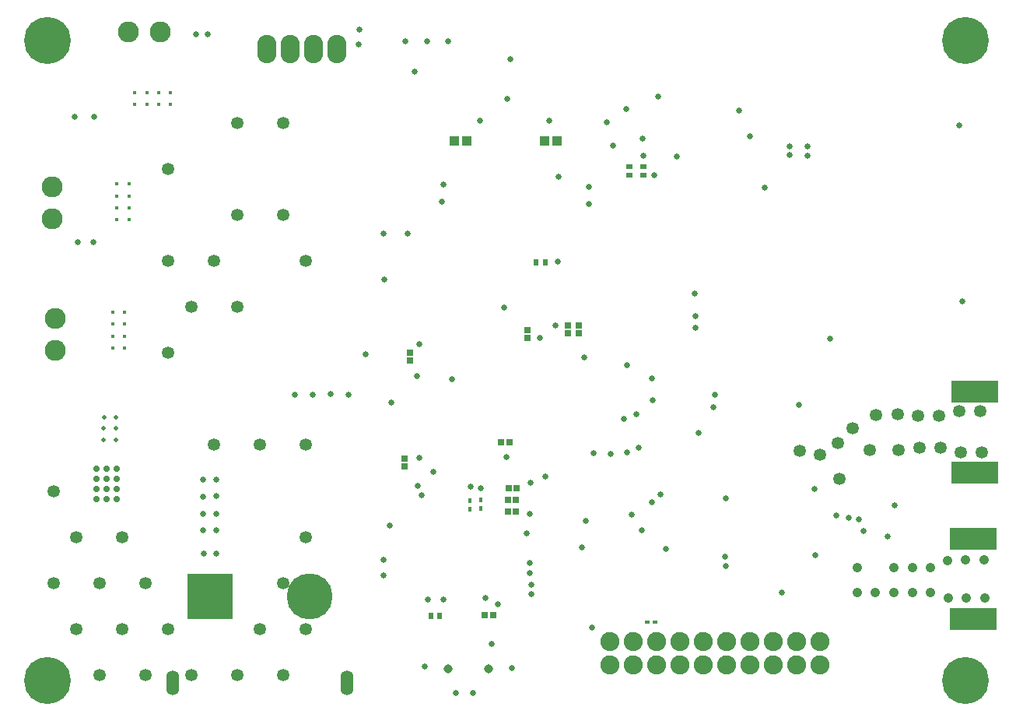
<source format=gbr>
%TF.GenerationSoftware,Altium Limited,Altium Designer,24.10.1 (45)*%
G04 Layer_Color=16711935*
%FSLAX45Y45*%
%MOMM*%
%TF.SameCoordinates,E1515796-6FB3-4C94-B68D-87BC939BF7D9*%
%TF.FilePolarity,Negative*%
%TF.FileFunction,Soldermask,Bot*%
%TF.Part,Single*%
G01*
G75*
%TA.AperFunction,SMDPad,CuDef*%
%ADD118R,0.57600X0.67600*%
%ADD121R,0.67600X0.57600*%
%ADD122R,0.71600X0.67600*%
%ADD124R,5.15600X2.49100*%
%ADD131R,0.67600X0.71600*%
%ADD136R,0.97600X1.07600*%
%TA.AperFunction,ConnectorPad*%
%ADD138R,5.15600X2.49100*%
%TA.AperFunction,SMDPad,CuDef*%
%ADD143R,0.47600X0.37600*%
%TA.AperFunction,ComponentPad*%
%ADD162C,2.07600*%
%ADD163O,1.37600X2.67600*%
%ADD164C,4.99200*%
%ADD165R,4.99200X4.99200*%
%TA.AperFunction,ViaPad*%
%ADD166C,5.10000*%
%TA.AperFunction,ComponentPad*%
%ADD167C,2.27600*%
%ADD168O,2.07600X3.07600*%
%ADD169C,0.37600*%
%ADD170C,0.97600*%
%TA.AperFunction,ViaPad*%
%ADD171C,1.34600*%
%ADD172C,1.07600*%
%ADD173C,0.67600*%
%ADD174C,0.47600*%
%TA.AperFunction,SMDPad,CuDef*%
%ADD175R,0.37600X0.47600*%
%TA.AperFunction,ViaPad*%
%ADD176C,0.70320*%
D118*
X5817500Y4945000D02*
D03*
X5717500D02*
D03*
X4567500Y1100000D02*
D03*
X4667500D02*
D03*
D121*
X6732500Y5990000D02*
D03*
Y5890000D02*
D03*
X6882500Y5890000D02*
D03*
Y5990000D02*
D03*
D122*
X6057500Y4173500D02*
D03*
Y4261500D02*
D03*
X6175000Y4173500D02*
D03*
Y4261500D02*
D03*
X5620000Y4122500D02*
D03*
Y4210500D02*
D03*
X4345000Y3964000D02*
D03*
Y3876000D02*
D03*
X4280000Y2723500D02*
D03*
Y2811500D02*
D03*
D124*
X10475000Y1064200D02*
D03*
Y1940800D02*
D03*
D131*
X5158500Y1112500D02*
D03*
X5246500D02*
D03*
X5413500Y2492500D02*
D03*
X5501500D02*
D03*
X5408500Y2360000D02*
D03*
X5496500D02*
D03*
X5408500Y2235000D02*
D03*
X5496500D02*
D03*
X5424000Y2990000D02*
D03*
X5335999D02*
D03*
D136*
X5810000Y6270001D02*
D03*
X5945000D02*
D03*
X4825000Y6267501D02*
D03*
X4960000D02*
D03*
D138*
X10490000Y2661700D02*
D03*
Y3538300D02*
D03*
D143*
X6920000Y1035000D02*
D03*
X7010000D02*
D03*
D162*
X8802500Y819000D02*
D03*
X8548500D02*
D03*
X8294500D02*
D03*
X8040500D02*
D03*
X7786500D02*
D03*
X7532500D02*
D03*
X7278500D02*
D03*
X7024500D02*
D03*
X6770500D02*
D03*
X6516500D02*
D03*
Y565000D02*
D03*
X6770500D02*
D03*
X7024500D02*
D03*
X7278500D02*
D03*
X7532500D02*
D03*
X7786500D02*
D03*
X8040500D02*
D03*
X8294500D02*
D03*
X8548500D02*
D03*
X8802500D02*
D03*
D163*
X3652500Y375001D02*
D03*
X1762500D02*
D03*
D164*
X3252500Y1315000D02*
D03*
D165*
X2162500D02*
D03*
D166*
X10390000Y7360000D02*
D03*
X400000D02*
D03*
Y400000D02*
D03*
X10390000D02*
D03*
D167*
X445000Y5420001D02*
D03*
Y5770521D02*
D03*
X477500Y4337501D02*
D03*
Y3986981D02*
D03*
X1625520Y7447500D02*
D03*
X1275000D02*
D03*
D168*
X3038000Y7265000D02*
D03*
X3546000D02*
D03*
X2784000D02*
D03*
X3292000D02*
D03*
D169*
X1105000Y4402501D02*
D03*
X1235000D02*
D03*
X1105000Y4272501D02*
D03*
X1235000D02*
D03*
X1105000Y4142501D02*
D03*
X1235000D02*
D03*
X1105000Y4012501D02*
D03*
X1235000D02*
D03*
X1152500Y5797501D02*
D03*
X1282500D02*
D03*
X1152500Y5667501D02*
D03*
X1282500D02*
D03*
X1152500Y5537500D02*
D03*
X1282500D02*
D03*
X1152500Y5407500D02*
D03*
X1282500D02*
D03*
X1737500Y6790000D02*
D03*
Y6660000D02*
D03*
X1607500Y6790000D02*
D03*
Y6660000D02*
D03*
X1477500Y6790000D02*
D03*
Y6660000D02*
D03*
X1347500Y6790000D02*
D03*
Y6660000D02*
D03*
D170*
X4757500Y527500D02*
D03*
X5197500D02*
D03*
D171*
X2710000Y960000D02*
D03*
X710000Y1960000D02*
D03*
X2960000Y460000D02*
D03*
X1710000Y4960000D02*
D03*
Y5960000D02*
D03*
X2210000Y2960000D02*
D03*
X2460000Y6460000D02*
D03*
X1460000Y460000D02*
D03*
X2460000Y4460000D02*
D03*
X3210000Y2960000D02*
D03*
X710000Y960000D02*
D03*
X2460000Y460000D02*
D03*
X460000Y2460000D02*
D03*
X3210000Y4960000D02*
D03*
X460000Y1460000D02*
D03*
X1210000Y960000D02*
D03*
Y1960000D02*
D03*
X1960000Y460000D02*
D03*
X2460000Y5460000D02*
D03*
X1710000Y3960000D02*
D03*
X2960000Y1460000D02*
D03*
X2210000Y4960000D02*
D03*
X2960000Y6460000D02*
D03*
X960000Y460000D02*
D03*
X1460000Y1460000D02*
D03*
X1710000Y960000D02*
D03*
X2710000Y2960000D02*
D03*
X1960000Y4460000D02*
D03*
X3210000Y960000D02*
D03*
X960000Y1460000D02*
D03*
X3210000Y1960000D02*
D03*
X2960000Y5460000D02*
D03*
X9155564Y3142373D02*
D03*
X8996107Y2980810D02*
D03*
X8805382Y2857713D02*
D03*
X8582146Y2898876D02*
D03*
X9019300Y2588698D02*
D03*
X9342364Y2907661D02*
D03*
X9413324Y3288207D02*
D03*
X10548270Y3323936D02*
D03*
X10321270D02*
D03*
X10099790Y3274180D02*
D03*
X9872790D02*
D03*
X9646486Y3291936D02*
D03*
X9662082Y2908064D02*
D03*
X9888386Y2925820D02*
D03*
X10115386D02*
D03*
X10336866Y2876064D02*
D03*
X10563866D02*
D03*
D172*
X10590809Y1712819D02*
D03*
X10390809D02*
D03*
X10190935Y1705717D02*
D03*
X10009264Y1622076D02*
D03*
X9809264D02*
D03*
X9609264D02*
D03*
X9209264Y1622067D02*
D03*
X9208138Y1357935D02*
D03*
X9408138Y1357924D02*
D03*
X9608138D02*
D03*
X9808138D02*
D03*
X10008138D02*
D03*
X10198376Y1296201D02*
D03*
X10398335Y1292181D02*
D03*
X10598335D02*
D03*
D173*
X4124377Y2085000D02*
D03*
X7250000Y6097500D02*
D03*
X6550000Y6215000D02*
D03*
X7042500Y6747500D02*
D03*
X6480000Y6472500D02*
D03*
X6695000Y6612500D02*
D03*
X7000000Y5890000D02*
D03*
X6885000Y6105000D02*
D03*
X6872500Y6295000D02*
D03*
X5235000Y795000D02*
D03*
X4500000Y550000D02*
D03*
X5450000Y532500D02*
D03*
X5027500Y262500D02*
D03*
X4840000D02*
D03*
X4472500Y2410000D02*
D03*
X4425000Y2512500D02*
D03*
X5162500Y1292500D02*
D03*
X9617500Y2300000D02*
D03*
X9117500Y2170000D02*
D03*
X9537500Y1965000D02*
D03*
X9227500Y2152500D02*
D03*
X9275000Y2022500D02*
D03*
X8752500Y1765000D02*
D03*
X8977500Y2190000D02*
D03*
X8747500Y2477500D02*
D03*
X8390000Y1355000D02*
D03*
X7482500Y3090000D02*
D03*
X8575000Y3392500D02*
D03*
X6972500Y3687500D02*
D03*
X7640000Y3370000D02*
D03*
X7660000Y3502500D02*
D03*
X6252500Y2132500D02*
D03*
X6705000Y3825000D02*
D03*
X6242500Y3910000D02*
D03*
X7780000Y2382500D02*
D03*
X6865000Y2030000D02*
D03*
X6752500Y2200000D02*
D03*
X7070000Y2422500D02*
D03*
X6975000Y2340000D02*
D03*
X6832500Y2932500D02*
D03*
X6700000Y2880000D02*
D03*
X5652500Y2545000D02*
D03*
X5812500Y2615000D02*
D03*
X6982500Y3445000D02*
D03*
X6803030Y3291970D02*
D03*
X6670000Y3240000D02*
D03*
X6525105Y2859895D02*
D03*
X6340852Y2866648D02*
D03*
X5757500Y4120000D02*
D03*
X5927500Y4257500D02*
D03*
X5367500Y4455000D02*
D03*
X5615000Y1995000D02*
D03*
X5387500Y2827500D02*
D03*
X4440000Y2817500D02*
D03*
X6210000Y1850000D02*
D03*
X10350000Y4520000D02*
D03*
X10322500Y6437500D02*
D03*
X8665000Y6105000D02*
D03*
X8470000Y6110000D02*
D03*
X8670000Y6205000D02*
D03*
X8472500D02*
D03*
X8205000Y5757500D02*
D03*
X8910000Y4117500D02*
D03*
X7442500Y4602500D02*
D03*
X7450000Y4237500D02*
D03*
Y4365000D02*
D03*
X6290000Y5767500D02*
D03*
Y5577500D02*
D03*
X8042500Y6315000D02*
D03*
X7920000Y6600000D02*
D03*
X5960000Y5872500D02*
D03*
X5950000Y4950000D02*
D03*
X7127500Y1827500D02*
D03*
X7777500Y1645000D02*
D03*
X7775000Y1745000D02*
D03*
X6325000Y977500D02*
D03*
X5660000Y1335000D02*
D03*
X5665000Y1440000D02*
D03*
X5645000Y1570000D02*
D03*
X5647500Y1677500D02*
D03*
X5300000Y1230000D02*
D03*
X5002500Y2502500D02*
D03*
X4140000Y3420000D02*
D03*
X5857500Y6482500D02*
D03*
X5102500Y6487500D02*
D03*
X4052500Y1710000D02*
D03*
X4055000Y1542500D02*
D03*
X4600000Y2670000D02*
D03*
X5114590Y2489590D02*
D03*
X5647500Y2212500D02*
D03*
X4802500Y3672500D02*
D03*
X4415000Y3705000D02*
D03*
X4707500Y1280000D02*
D03*
X4535000D02*
D03*
X4055000Y5262500D02*
D03*
X4705000Y5787500D02*
D03*
X4692500Y5607500D02*
D03*
X4395000Y7022500D02*
D03*
X5397500Y6720000D02*
D03*
X3785000Y7312500D02*
D03*
X3787500Y7475000D02*
D03*
X4760000Y7352500D02*
D03*
X4527500Y7350000D02*
D03*
X4292500Y7352500D02*
D03*
X5437500Y7152500D02*
D03*
X4315000Y5255000D02*
D03*
X4065000Y4757500D02*
D03*
X4445000Y4057500D02*
D03*
X3860000Y3942500D02*
D03*
X3675000Y3505000D02*
D03*
X3477500Y3512500D02*
D03*
X3285000Y3502500D02*
D03*
X3090000D02*
D03*
X2142500Y7425000D02*
D03*
X2012500D02*
D03*
X690000Y6532500D02*
D03*
X905000D02*
D03*
X730000Y5167500D02*
D03*
X900000Y5165000D02*
D03*
X2230000Y2582500D02*
D03*
Y2402500D02*
D03*
Y2212500D02*
D03*
X2232500Y2035000D02*
D03*
X2235000Y1782500D02*
D03*
X2095000Y1780000D02*
D03*
X2092500Y2032500D02*
D03*
X2090000Y2210000D02*
D03*
Y2400000D02*
D03*
Y2580000D02*
D03*
D174*
X1005000Y3015000D02*
D03*
X1007500Y3137500D02*
D03*
X1012500Y3257500D02*
D03*
X1142500Y3015000D02*
D03*
Y3137500D02*
D03*
X1145000Y3260000D02*
D03*
D175*
X5110000Y2360000D02*
D03*
Y2270000D02*
D03*
X4992500Y2352500D02*
D03*
Y2262500D02*
D03*
D176*
X1147500Y2369500D02*
D03*
X1037500D02*
D03*
X927500D02*
D03*
X1147500Y2479500D02*
D03*
X1037500D02*
D03*
X927500D02*
D03*
X1147500Y2589500D02*
D03*
X1037500D02*
D03*
X927500D02*
D03*
X1147500Y2699500D02*
D03*
X1037500D02*
D03*
X927500D02*
D03*
%TF.MD5,26cc14764167eb890e59e7061393a033*%
M02*

</source>
